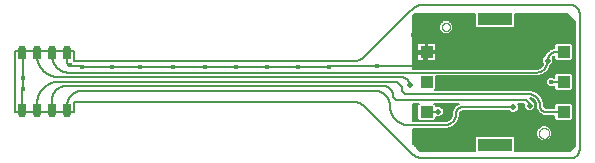
<source format=gtl>
G75*
%MOIN*%
%OFA0B0*%
%FSLAX25Y25*%
%IPPOS*%
%LPD*%
%AMOC8*
5,1,8,0,0,1.08239X$1,22.5*
%
%ADD10C,0.00600*%
%ADD11R,0.04331X0.03937*%
%ADD12R,0.11811X0.03937*%
%ADD13C,0.00000*%
%ADD14C,0.03012*%
%ADD15R,0.02992X0.03150*%
%ADD16C,0.01587*%
%ADD17C,0.00800*%
%ADD18C,0.02000*%
D10*
X0055050Y0055954D02*
X0055198Y0055954D01*
X0074587Y0055954D01*
X0074735Y0055954D01*
X0074735Y0059498D01*
X0167262Y0059498D01*
X0167409Y0059498D01*
X0171585Y0057812D02*
X0187193Y0042285D01*
X0190050Y0043100D02*
X0187550Y0045600D01*
X0187550Y0050300D01*
X0199104Y0050300D01*
X0201052Y0051107D01*
X0202543Y0052598D01*
X0203350Y0054546D01*
X0203350Y0055600D01*
X0203374Y0055781D01*
X0203555Y0056095D01*
X0203869Y0056276D01*
X0204050Y0056300D01*
X0219663Y0056300D01*
X0220263Y0055700D01*
X0221837Y0055700D01*
X0222950Y0056813D01*
X0222950Y0058387D01*
X0222537Y0058800D01*
X0224550Y0058800D01*
X0224650Y0058787D01*
X0224650Y0057313D01*
X0225763Y0056200D01*
X0227337Y0056200D01*
X0228450Y0057313D01*
X0228450Y0058887D01*
X0227337Y0060000D01*
X0227264Y0060000D01*
X0226966Y0060516D01*
X0226966Y0060516D01*
X0226966Y0060516D01*
X0226561Y0060750D01*
X0226577Y0060748D01*
X0227550Y0060345D01*
X0228295Y0059600D01*
X0228698Y0058627D01*
X0228750Y0058100D01*
X0228750Y0057189D01*
X0229661Y0055611D01*
X0229661Y0055611D01*
X0229661Y0055611D01*
X0231239Y0054700D01*
X0234819Y0054700D01*
X0234819Y0053659D01*
X0235346Y0053131D01*
X0240423Y0053131D01*
X0240950Y0053659D01*
X0240950Y0058341D01*
X0240423Y0058868D01*
X0235346Y0058868D01*
X0234819Y0058341D01*
X0234819Y0057300D01*
X0232150Y0057300D01*
X0231943Y0057327D01*
X0231584Y0057534D01*
X0231377Y0057893D01*
X0231350Y0058100D01*
X0231350Y0059154D01*
X0230543Y0061102D01*
X0230543Y0061102D01*
X0229052Y0062593D01*
X0227104Y0063400D01*
X0195022Y0063400D01*
X0195281Y0063659D01*
X0195281Y0067900D01*
X0229584Y0067900D01*
X0231496Y0068692D01*
X0232958Y0070154D01*
X0232958Y0070154D01*
X0233430Y0071293D01*
X0234450Y0072313D01*
X0234450Y0073887D01*
X0234241Y0074096D01*
X0234319Y0074231D01*
X0234819Y0074520D01*
X0234819Y0073659D01*
X0235346Y0073131D01*
X0240423Y0073131D01*
X0240950Y0073659D01*
X0240950Y0078341D01*
X0240423Y0078868D01*
X0235346Y0078868D01*
X0234819Y0078341D01*
X0234819Y0077300D01*
X0234325Y0077300D01*
X0232375Y0076175D01*
X0232375Y0076175D01*
X0232375Y0076175D01*
X0231607Y0074844D01*
X0230650Y0073887D01*
X0230650Y0072313D01*
X0231036Y0071927D01*
X0230878Y0071544D01*
X0230106Y0070772D01*
X0229096Y0070354D01*
X0228550Y0070300D01*
X0187550Y0070300D01*
X0187550Y0088100D01*
X0188050Y0088600D01*
X0208244Y0088600D01*
X0208244Y0084525D01*
X0208772Y0083998D01*
X0221328Y0083998D01*
X0221855Y0084525D01*
X0221855Y0088600D01*
X0239050Y0088600D01*
X0241550Y0086100D01*
X0241550Y0044600D01*
X0240050Y0043100D01*
X0221855Y0043100D01*
X0221855Y0047475D01*
X0221328Y0048002D01*
X0208772Y0048002D01*
X0208244Y0047475D01*
X0208244Y0043100D01*
X0190050Y0043100D01*
X0189587Y0043563D02*
X0208244Y0043563D01*
X0208244Y0044161D02*
X0188989Y0044161D01*
X0188390Y0044760D02*
X0208244Y0044760D01*
X0208244Y0045358D02*
X0187792Y0045358D01*
X0187550Y0045957D02*
X0208244Y0045957D01*
X0208244Y0046555D02*
X0187550Y0046555D01*
X0187550Y0047154D02*
X0208244Y0047154D01*
X0208522Y0047752D02*
X0187550Y0047752D01*
X0187550Y0048351D02*
X0228717Y0048351D01*
X0228717Y0048343D02*
X0229124Y0047361D01*
X0229875Y0046609D01*
X0230857Y0046202D01*
X0231920Y0046202D01*
X0232902Y0046609D01*
X0233653Y0047361D01*
X0234060Y0048343D01*
X0234060Y0049405D01*
X0233653Y0050387D01*
X0232902Y0051139D01*
X0231920Y0051546D01*
X0230857Y0051546D01*
X0229875Y0051139D01*
X0229124Y0050387D01*
X0228717Y0049405D01*
X0228717Y0048343D01*
X0228717Y0048949D02*
X0187550Y0048949D01*
X0187550Y0049548D02*
X0228776Y0049548D01*
X0229024Y0050146D02*
X0187550Y0050146D01*
X0187550Y0052900D02*
X0187550Y0058800D01*
X0189609Y0058800D01*
X0189150Y0058341D01*
X0189150Y0053659D01*
X0189677Y0053131D01*
X0194753Y0053131D01*
X0195281Y0053659D01*
X0195281Y0054200D01*
X0196837Y0054200D01*
X0197950Y0055313D01*
X0197950Y0056887D01*
X0196837Y0058000D01*
X0195281Y0058000D01*
X0195281Y0058341D01*
X0194822Y0058800D01*
X0202993Y0058800D01*
X0201634Y0058016D01*
X0200750Y0056484D01*
X0200750Y0055600D01*
X0200698Y0055073D01*
X0200295Y0054100D01*
X0199550Y0053355D01*
X0198577Y0052952D01*
X0198050Y0052900D01*
X0187550Y0052900D01*
X0187550Y0053139D02*
X0189670Y0053139D01*
X0189150Y0053737D02*
X0187550Y0053737D01*
X0187550Y0054336D02*
X0189150Y0054336D01*
X0189150Y0054934D02*
X0187550Y0054934D01*
X0187550Y0055533D02*
X0189150Y0055533D01*
X0189150Y0056132D02*
X0187550Y0056132D01*
X0187550Y0056730D02*
X0189150Y0056730D01*
X0189150Y0057329D02*
X0187550Y0057329D01*
X0187550Y0057927D02*
X0189150Y0057927D01*
X0189334Y0058526D02*
X0187550Y0058526D01*
X0192315Y0056100D02*
X0196050Y0056100D01*
X0197950Y0056132D02*
X0200750Y0056132D01*
X0200743Y0055533D02*
X0197950Y0055533D01*
X0197571Y0054934D02*
X0200641Y0054934D01*
X0200393Y0054336D02*
X0196973Y0054336D01*
X0195281Y0053737D02*
X0199932Y0053737D01*
X0199028Y0053139D02*
X0194761Y0053139D01*
X0192215Y0056000D02*
X0192217Y0056017D01*
X0192221Y0056034D01*
X0192228Y0056050D01*
X0192238Y0056064D01*
X0192251Y0056077D01*
X0192265Y0056087D01*
X0192281Y0056094D01*
X0192298Y0056098D01*
X0192315Y0056100D01*
X0196910Y0057927D02*
X0201583Y0057927D01*
X0201634Y0058016D02*
X0201634Y0058016D01*
X0201634Y0058016D01*
X0201237Y0057329D02*
X0197508Y0057329D01*
X0197950Y0056730D02*
X0200892Y0056730D01*
X0203350Y0055533D02*
X0229796Y0055533D01*
X0229361Y0056132D02*
X0222269Y0056132D01*
X0222867Y0056730D02*
X0225233Y0056730D01*
X0224650Y0057329D02*
X0222950Y0057329D01*
X0222950Y0057927D02*
X0224650Y0057927D01*
X0224650Y0058526D02*
X0222811Y0058526D01*
X0227078Y0060321D02*
X0227574Y0060321D01*
X0227614Y0059723D02*
X0228172Y0059723D01*
X0228213Y0059124D02*
X0228492Y0059124D01*
X0228450Y0058526D02*
X0228708Y0058526D01*
X0228750Y0057927D02*
X0228450Y0057927D01*
X0228450Y0057329D02*
X0228750Y0057329D01*
X0229015Y0056730D02*
X0227867Y0056730D01*
X0230833Y0054934D02*
X0203350Y0054934D01*
X0203263Y0054336D02*
X0234819Y0054336D01*
X0234819Y0053737D02*
X0203015Y0053737D01*
X0202767Y0053139D02*
X0235339Y0053139D01*
X0233750Y0055900D02*
X0233850Y0056000D01*
X0237550Y0056000D01*
X0237885Y0056000D01*
X0240950Y0056132D02*
X0241550Y0056132D01*
X0241550Y0056730D02*
X0240950Y0056730D01*
X0240950Y0057329D02*
X0241550Y0057329D01*
X0241550Y0057927D02*
X0240950Y0057927D01*
X0240766Y0058526D02*
X0241550Y0058526D01*
X0241550Y0059124D02*
X0231350Y0059124D01*
X0231350Y0058526D02*
X0235004Y0058526D01*
X0234819Y0057927D02*
X0231373Y0057927D01*
X0231941Y0057329D02*
X0234819Y0057329D01*
X0231115Y0059723D02*
X0241550Y0059723D01*
X0241550Y0060321D02*
X0230867Y0060321D01*
X0230619Y0060920D02*
X0241550Y0060920D01*
X0241550Y0061518D02*
X0230127Y0061518D01*
X0229529Y0062117D02*
X0241550Y0062117D01*
X0241550Y0062715D02*
X0228758Y0062715D01*
X0229052Y0062593D02*
X0229052Y0062593D01*
X0227313Y0063314D02*
X0235164Y0063314D01*
X0235346Y0063131D02*
X0240423Y0063131D01*
X0240950Y0063659D01*
X0240950Y0068341D01*
X0240423Y0068868D01*
X0235346Y0068868D01*
X0234819Y0068341D01*
X0234819Y0067226D01*
X0234452Y0067594D01*
X0233048Y0067594D01*
X0232056Y0066602D01*
X0232056Y0065198D01*
X0233048Y0064206D01*
X0234452Y0064206D01*
X0234819Y0064574D01*
X0234819Y0063659D01*
X0235346Y0063131D01*
X0234819Y0063912D02*
X0195281Y0063912D01*
X0195281Y0064511D02*
X0232744Y0064511D01*
X0232146Y0065109D02*
X0195281Y0065109D01*
X0195281Y0065708D02*
X0232056Y0065708D01*
X0232056Y0066306D02*
X0195281Y0066306D01*
X0195281Y0066905D02*
X0232359Y0066905D01*
X0232958Y0067503D02*
X0195281Y0067503D01*
X0187550Y0070496D02*
X0229439Y0070496D01*
X0230428Y0071094D02*
X0187550Y0071094D01*
X0187550Y0071693D02*
X0230940Y0071693D01*
X0230672Y0072291D02*
X0187550Y0072291D01*
X0187550Y0072890D02*
X0230650Y0072890D01*
X0230650Y0073488D02*
X0195337Y0073488D01*
X0195406Y0073607D02*
X0195481Y0073887D01*
X0195481Y0075700D01*
X0192515Y0075700D01*
X0192515Y0072931D01*
X0194526Y0072931D01*
X0194805Y0073006D01*
X0195056Y0073151D01*
X0195261Y0073356D01*
X0195406Y0073607D01*
X0195481Y0074087D02*
X0230850Y0074087D01*
X0231448Y0074685D02*
X0195481Y0074685D01*
X0195481Y0075284D02*
X0231861Y0075284D01*
X0232207Y0075882D02*
X0192515Y0075882D01*
X0192515Y0075700D02*
X0192515Y0076300D01*
X0191915Y0076300D01*
X0191915Y0075700D01*
X0188950Y0075700D01*
X0188950Y0073887D01*
X0189025Y0073607D01*
X0189170Y0073356D01*
X0189375Y0073151D01*
X0189625Y0073006D01*
X0189905Y0072931D01*
X0191915Y0072931D01*
X0191915Y0075700D01*
X0192515Y0075700D01*
X0192515Y0075284D02*
X0191915Y0075284D01*
X0191933Y0075717D02*
X0191415Y0075200D01*
X0188250Y0075200D01*
X0187550Y0075284D02*
X0188950Y0075284D01*
X0188950Y0074685D02*
X0187550Y0074685D01*
X0187550Y0074087D02*
X0188950Y0074087D01*
X0189093Y0073488D02*
X0187550Y0073488D01*
X0187550Y0075882D02*
X0191915Y0075882D01*
X0191933Y0075717D02*
X0192215Y0076000D01*
X0191915Y0076300D02*
X0188950Y0076300D01*
X0188950Y0078113D01*
X0189025Y0078393D01*
X0189170Y0078644D01*
X0189375Y0078849D01*
X0189625Y0078994D01*
X0189905Y0079068D01*
X0191915Y0079068D01*
X0191915Y0076300D01*
X0191915Y0076481D02*
X0192515Y0076481D01*
X0192515Y0076300D02*
X0192515Y0079068D01*
X0194526Y0079068D01*
X0194805Y0078994D01*
X0195056Y0078849D01*
X0195261Y0078644D01*
X0195406Y0078393D01*
X0195481Y0078113D01*
X0195481Y0076300D01*
X0192515Y0076300D01*
X0192515Y0077079D02*
X0191915Y0077079D01*
X0191915Y0077678D02*
X0192515Y0077678D01*
X0192515Y0078276D02*
X0191915Y0078276D01*
X0191915Y0078875D02*
X0192515Y0078875D01*
X0195011Y0078875D02*
X0241550Y0078875D01*
X0241550Y0079473D02*
X0187550Y0079473D01*
X0187550Y0078875D02*
X0189420Y0078875D01*
X0188994Y0078276D02*
X0187550Y0078276D01*
X0187550Y0077678D02*
X0188950Y0077678D01*
X0188950Y0077079D02*
X0187550Y0077079D01*
X0187550Y0076481D02*
X0188950Y0076481D01*
X0191915Y0074685D02*
X0192515Y0074685D01*
X0192515Y0074087D02*
X0191915Y0074087D01*
X0191915Y0073488D02*
X0192515Y0073488D01*
X0195481Y0076481D02*
X0232906Y0076481D01*
X0233943Y0077079D02*
X0195481Y0077079D01*
X0195481Y0077678D02*
X0234819Y0077678D01*
X0234819Y0078276D02*
X0195437Y0078276D01*
X0187550Y0080072D02*
X0241550Y0080072D01*
X0241550Y0080670D02*
X0187550Y0080670D01*
X0187550Y0081269D02*
X0241550Y0081269D01*
X0241550Y0081868D02*
X0187550Y0081868D01*
X0187550Y0082466D02*
X0197331Y0082466D01*
X0197768Y0082029D02*
X0196433Y0083364D01*
X0196433Y0085251D01*
X0197768Y0086585D01*
X0199655Y0086585D01*
X0200989Y0085251D01*
X0200989Y0083364D01*
X0199655Y0082029D01*
X0197768Y0082029D01*
X0196732Y0083065D02*
X0187550Y0083065D01*
X0187550Y0083663D02*
X0196433Y0083663D01*
X0196433Y0084262D02*
X0187550Y0084262D01*
X0187550Y0084860D02*
X0196433Y0084860D01*
X0196641Y0085459D02*
X0187550Y0085459D01*
X0187550Y0086057D02*
X0197240Y0086057D01*
X0200183Y0086057D02*
X0208244Y0086057D01*
X0208244Y0085459D02*
X0200781Y0085459D01*
X0200989Y0084860D02*
X0208244Y0084860D01*
X0208508Y0084262D02*
X0200989Y0084262D01*
X0200989Y0083663D02*
X0241550Y0083663D01*
X0241550Y0083065D02*
X0200690Y0083065D01*
X0200092Y0082466D02*
X0241550Y0082466D01*
X0241550Y0084262D02*
X0221592Y0084262D01*
X0221855Y0084860D02*
X0241550Y0084860D01*
X0241550Y0085459D02*
X0221855Y0085459D01*
X0221855Y0086057D02*
X0241550Y0086057D01*
X0240994Y0086656D02*
X0221855Y0086656D01*
X0221855Y0087254D02*
X0240396Y0087254D01*
X0239797Y0087853D02*
X0221855Y0087853D01*
X0221855Y0088451D02*
X0239199Y0088451D01*
X0240089Y0091781D02*
X0240199Y0091779D01*
X0240309Y0091773D01*
X0240418Y0091764D01*
X0240527Y0091750D01*
X0240636Y0091733D01*
X0240744Y0091712D01*
X0240851Y0091687D01*
X0240957Y0091659D01*
X0241062Y0091627D01*
X0241166Y0091591D01*
X0241269Y0091552D01*
X0241370Y0091509D01*
X0241470Y0091462D01*
X0241568Y0091412D01*
X0241664Y0091359D01*
X0241758Y0091302D01*
X0241850Y0091242D01*
X0241941Y0091179D01*
X0242028Y0091113D01*
X0242114Y0091044D01*
X0242197Y0090972D01*
X0242277Y0090897D01*
X0242355Y0090819D01*
X0242430Y0090739D01*
X0242502Y0090656D01*
X0242571Y0090570D01*
X0242637Y0090483D01*
X0242700Y0090392D01*
X0242760Y0090300D01*
X0242817Y0090206D01*
X0242870Y0090110D01*
X0242920Y0090012D01*
X0242967Y0089912D01*
X0243010Y0089811D01*
X0243049Y0089708D01*
X0243085Y0089604D01*
X0243117Y0089499D01*
X0243145Y0089393D01*
X0243170Y0089286D01*
X0243191Y0089178D01*
X0243208Y0089069D01*
X0243222Y0088960D01*
X0243231Y0088851D01*
X0243237Y0088741D01*
X0243239Y0088631D01*
X0243239Y0043750D01*
X0241550Y0044760D02*
X0221855Y0044760D01*
X0221855Y0045358D02*
X0241550Y0045358D01*
X0241550Y0045957D02*
X0221855Y0045957D01*
X0221855Y0046555D02*
X0230005Y0046555D01*
X0229330Y0047154D02*
X0221855Y0047154D01*
X0221578Y0047752D02*
X0228961Y0047752D01*
X0233447Y0047154D02*
X0241550Y0047154D01*
X0241550Y0047752D02*
X0233816Y0047752D01*
X0234060Y0048351D02*
X0241550Y0048351D01*
X0241550Y0048949D02*
X0234060Y0048949D01*
X0234001Y0049548D02*
X0241550Y0049548D01*
X0241550Y0050146D02*
X0233753Y0050146D01*
X0233296Y0050745D02*
X0241550Y0050745D01*
X0241550Y0051343D02*
X0232408Y0051343D01*
X0230369Y0051343D02*
X0201289Y0051343D01*
X0201052Y0051107D02*
X0201052Y0051107D01*
X0200178Y0050745D02*
X0229481Y0050745D01*
X0232772Y0046555D02*
X0241550Y0046555D01*
X0241111Y0044161D02*
X0221855Y0044161D01*
X0221855Y0043563D02*
X0240513Y0043563D01*
X0243239Y0043750D02*
X0243237Y0043640D01*
X0243231Y0043530D01*
X0243222Y0043421D01*
X0243208Y0043312D01*
X0243191Y0043203D01*
X0243170Y0043095D01*
X0243145Y0042988D01*
X0243117Y0042882D01*
X0243085Y0042777D01*
X0243049Y0042673D01*
X0243010Y0042570D01*
X0242967Y0042469D01*
X0242920Y0042369D01*
X0242870Y0042271D01*
X0242817Y0042175D01*
X0242760Y0042081D01*
X0242700Y0041989D01*
X0242637Y0041898D01*
X0242571Y0041811D01*
X0242502Y0041725D01*
X0242430Y0041642D01*
X0242355Y0041562D01*
X0242277Y0041484D01*
X0242197Y0041409D01*
X0242114Y0041337D01*
X0242028Y0041268D01*
X0241941Y0041202D01*
X0241850Y0041139D01*
X0241758Y0041079D01*
X0241664Y0041022D01*
X0241568Y0040969D01*
X0241470Y0040919D01*
X0241370Y0040872D01*
X0241269Y0040829D01*
X0241166Y0040790D01*
X0241062Y0040754D01*
X0240957Y0040722D01*
X0240851Y0040694D01*
X0240744Y0040669D01*
X0240636Y0040648D01*
X0240527Y0040631D01*
X0240418Y0040617D01*
X0240309Y0040608D01*
X0240199Y0040602D01*
X0240089Y0040600D01*
X0239941Y0040600D01*
X0191516Y0040600D01*
X0191369Y0040600D01*
X0191368Y0040600D02*
X0191214Y0040602D01*
X0191061Y0040608D01*
X0190907Y0040618D01*
X0190754Y0040631D01*
X0190601Y0040649D01*
X0190449Y0040671D01*
X0190297Y0040696D01*
X0190146Y0040725D01*
X0189996Y0040759D01*
X0189846Y0040796D01*
X0189698Y0040836D01*
X0189551Y0040881D01*
X0189405Y0040929D01*
X0189260Y0040981D01*
X0189116Y0041037D01*
X0188975Y0041097D01*
X0188834Y0041160D01*
X0188695Y0041226D01*
X0188559Y0041296D01*
X0188423Y0041370D01*
X0188290Y0041447D01*
X0188159Y0041527D01*
X0188030Y0041611D01*
X0187903Y0041698D01*
X0187778Y0041788D01*
X0187656Y0041882D01*
X0187536Y0041978D01*
X0187419Y0042078D01*
X0187304Y0042180D01*
X0187192Y0042285D01*
X0201887Y0051942D02*
X0241550Y0051942D01*
X0241550Y0052540D02*
X0202486Y0052540D01*
X0202543Y0052598D02*
X0202543Y0052598D01*
X0203618Y0056132D02*
X0219831Y0056132D01*
X0202517Y0058526D02*
X0195096Y0058526D01*
X0186550Y0065100D02*
X0186548Y0065198D01*
X0186542Y0065296D01*
X0186533Y0065394D01*
X0186519Y0065491D01*
X0186502Y0065588D01*
X0186481Y0065684D01*
X0186456Y0065779D01*
X0186428Y0065873D01*
X0186395Y0065965D01*
X0186360Y0066057D01*
X0186320Y0066147D01*
X0186278Y0066235D01*
X0186231Y0066322D01*
X0186182Y0066406D01*
X0186129Y0066489D01*
X0186073Y0066569D01*
X0186013Y0066648D01*
X0185951Y0066724D01*
X0185886Y0066797D01*
X0185818Y0066868D01*
X0185747Y0066936D01*
X0185674Y0067001D01*
X0185598Y0067063D01*
X0185519Y0067123D01*
X0185439Y0067179D01*
X0185356Y0067232D01*
X0185272Y0067281D01*
X0185185Y0067328D01*
X0185097Y0067370D01*
X0185007Y0067410D01*
X0184915Y0067445D01*
X0184823Y0067478D01*
X0184729Y0067506D01*
X0184634Y0067531D01*
X0184538Y0067552D01*
X0184441Y0067569D01*
X0184344Y0067583D01*
X0184246Y0067592D01*
X0184148Y0067598D01*
X0184050Y0067600D01*
X0069649Y0067600D01*
X0073229Y0069100D02*
X0228550Y0069100D01*
X0230071Y0068102D02*
X0234819Y0068102D01*
X0234819Y0067503D02*
X0234542Y0067503D01*
X0235178Y0068700D02*
X0231504Y0068700D01*
X0231496Y0068692D02*
X0231496Y0068692D01*
X0232103Y0069299D02*
X0241550Y0069299D01*
X0241550Y0069897D02*
X0232701Y0069897D01*
X0233100Y0070496D02*
X0241550Y0070496D01*
X0241550Y0071094D02*
X0233348Y0071094D01*
X0233830Y0071693D02*
X0241550Y0071693D01*
X0241550Y0072291D02*
X0234428Y0072291D01*
X0234450Y0072890D02*
X0241550Y0072890D01*
X0241550Y0073488D02*
X0240780Y0073488D01*
X0240950Y0074087D02*
X0241550Y0074087D01*
X0241550Y0074685D02*
X0240950Y0074685D01*
X0240950Y0075284D02*
X0241550Y0075284D01*
X0241550Y0075882D02*
X0240950Y0075882D01*
X0240950Y0076481D02*
X0241550Y0076481D01*
X0241550Y0077079D02*
X0240950Y0077079D01*
X0240950Y0077678D02*
X0241550Y0077678D01*
X0241550Y0078276D02*
X0240950Y0078276D01*
X0234819Y0074087D02*
X0234250Y0074087D01*
X0234450Y0073488D02*
X0234990Y0073488D01*
X0232550Y0073100D02*
X0232548Y0072974D01*
X0232542Y0072849D01*
X0232532Y0072724D01*
X0232518Y0072599D01*
X0232501Y0072474D01*
X0232479Y0072350D01*
X0232454Y0072227D01*
X0232424Y0072105D01*
X0232391Y0071984D01*
X0232354Y0071864D01*
X0232314Y0071745D01*
X0232269Y0071628D01*
X0232221Y0071511D01*
X0232169Y0071397D01*
X0232114Y0071284D01*
X0232055Y0071173D01*
X0231993Y0071064D01*
X0231927Y0070957D01*
X0231858Y0070852D01*
X0231786Y0070749D01*
X0231711Y0070648D01*
X0231632Y0070550D01*
X0231550Y0070455D01*
X0231466Y0070362D01*
X0231378Y0070272D01*
X0231288Y0070184D01*
X0231195Y0070100D01*
X0231100Y0070018D01*
X0231002Y0069939D01*
X0230901Y0069864D01*
X0230798Y0069792D01*
X0230693Y0069723D01*
X0230586Y0069657D01*
X0230477Y0069595D01*
X0230366Y0069536D01*
X0230253Y0069481D01*
X0230139Y0069429D01*
X0230022Y0069381D01*
X0229905Y0069336D01*
X0229786Y0069296D01*
X0229666Y0069259D01*
X0229545Y0069226D01*
X0229423Y0069196D01*
X0229300Y0069171D01*
X0229176Y0069149D01*
X0229051Y0069132D01*
X0228926Y0069118D01*
X0228801Y0069108D01*
X0228676Y0069102D01*
X0228550Y0069100D01*
X0233750Y0065900D02*
X0237785Y0065900D01*
X0237885Y0066000D01*
X0240950Y0065708D02*
X0241550Y0065708D01*
X0241550Y0066306D02*
X0240950Y0066306D01*
X0240950Y0066905D02*
X0241550Y0066905D01*
X0241550Y0067503D02*
X0240950Y0067503D01*
X0240950Y0068102D02*
X0241550Y0068102D01*
X0241550Y0068700D02*
X0240591Y0068700D01*
X0240950Y0065109D02*
X0241550Y0065109D01*
X0241550Y0064511D02*
X0240950Y0064511D01*
X0240950Y0063912D02*
X0241550Y0063912D01*
X0241550Y0063314D02*
X0240605Y0063314D01*
X0234819Y0064511D02*
X0234756Y0064511D01*
X0240950Y0055533D02*
X0241550Y0055533D01*
X0241550Y0054934D02*
X0240950Y0054934D01*
X0240950Y0054336D02*
X0241550Y0054336D01*
X0241550Y0053737D02*
X0240950Y0053737D01*
X0240430Y0053139D02*
X0241550Y0053139D01*
X0175750Y0071200D02*
X0159650Y0071200D01*
X0159550Y0071100D01*
X0149250Y0071100D01*
X0139150Y0071100D01*
X0128750Y0071100D01*
X0118250Y0071100D01*
X0107750Y0071100D01*
X0096750Y0071100D01*
X0087250Y0071100D01*
X0077250Y0071100D01*
X0077248Y0071117D01*
X0077244Y0071134D01*
X0077237Y0071150D01*
X0077227Y0071164D01*
X0077214Y0071177D01*
X0077200Y0071187D01*
X0077184Y0071194D01*
X0077167Y0071198D01*
X0077150Y0071200D01*
X0074050Y0071200D01*
X0073972Y0071202D01*
X0073895Y0071208D01*
X0073818Y0071217D01*
X0073742Y0071230D01*
X0073666Y0071247D01*
X0073591Y0071268D01*
X0073517Y0071292D01*
X0073445Y0071320D01*
X0073374Y0071352D01*
X0073305Y0071387D01*
X0073237Y0071425D01*
X0073172Y0071466D01*
X0073108Y0071511D01*
X0073047Y0071559D01*
X0072988Y0071610D01*
X0072932Y0071663D01*
X0072879Y0071719D01*
X0072828Y0071778D01*
X0072780Y0071839D01*
X0072735Y0071903D01*
X0072694Y0071968D01*
X0072656Y0072036D01*
X0072621Y0072105D01*
X0072589Y0072176D01*
X0072561Y0072248D01*
X0072537Y0072322D01*
X0072516Y0072397D01*
X0072499Y0072473D01*
X0072486Y0072549D01*
X0072477Y0072626D01*
X0072471Y0072703D01*
X0072469Y0072781D01*
X0072469Y0074860D01*
X0072391Y0074939D01*
X0067390Y0074939D02*
X0067392Y0074789D01*
X0067398Y0074638D01*
X0067407Y0074488D01*
X0067421Y0074339D01*
X0067438Y0074189D01*
X0067460Y0074040D01*
X0067485Y0073892D01*
X0067513Y0073745D01*
X0067546Y0073598D01*
X0067583Y0073452D01*
X0067623Y0073307D01*
X0067667Y0073163D01*
X0067714Y0073021D01*
X0067765Y0072879D01*
X0067820Y0072739D01*
X0067879Y0072601D01*
X0067941Y0072464D01*
X0068006Y0072328D01*
X0068075Y0072195D01*
X0068147Y0072063D01*
X0068223Y0071933D01*
X0068302Y0071805D01*
X0068385Y0071679D01*
X0068470Y0071556D01*
X0068559Y0071434D01*
X0068651Y0071315D01*
X0068745Y0071199D01*
X0068843Y0071084D01*
X0068944Y0070973D01*
X0069047Y0070864D01*
X0069154Y0070757D01*
X0069263Y0070654D01*
X0069374Y0070553D01*
X0069489Y0070455D01*
X0069605Y0070361D01*
X0069724Y0070269D01*
X0069846Y0070180D01*
X0069969Y0070095D01*
X0070095Y0070012D01*
X0070223Y0069933D01*
X0070353Y0069857D01*
X0070485Y0069785D01*
X0070618Y0069716D01*
X0070754Y0069651D01*
X0070891Y0069589D01*
X0071029Y0069530D01*
X0071169Y0069475D01*
X0071311Y0069424D01*
X0071453Y0069377D01*
X0071597Y0069333D01*
X0071742Y0069293D01*
X0071888Y0069256D01*
X0072035Y0069223D01*
X0072182Y0069195D01*
X0072330Y0069170D01*
X0072479Y0069148D01*
X0072629Y0069131D01*
X0072778Y0069117D01*
X0072928Y0069108D01*
X0073079Y0069102D01*
X0073229Y0069100D01*
X0074735Y0072883D02*
X0167262Y0072883D01*
X0167409Y0072883D01*
X0171585Y0074613D02*
X0187094Y0090051D01*
X0187901Y0088451D02*
X0208244Y0088451D01*
X0208244Y0087853D02*
X0187550Y0087853D01*
X0187550Y0087254D02*
X0208244Y0087254D01*
X0208244Y0086656D02*
X0187550Y0086656D01*
X0187095Y0090051D02*
X0187202Y0090155D01*
X0187311Y0090257D01*
X0187424Y0090356D01*
X0187538Y0090452D01*
X0187656Y0090545D01*
X0187775Y0090635D01*
X0187897Y0090722D01*
X0188021Y0090806D01*
X0188147Y0090886D01*
X0188274Y0090964D01*
X0188404Y0091038D01*
X0188536Y0091109D01*
X0188670Y0091177D01*
X0188805Y0091241D01*
X0188941Y0091301D01*
X0189080Y0091359D01*
X0189219Y0091412D01*
X0189360Y0091463D01*
X0189502Y0091509D01*
X0189646Y0091552D01*
X0189790Y0091592D01*
X0189935Y0091627D01*
X0190081Y0091659D01*
X0190228Y0091687D01*
X0190376Y0091712D01*
X0190524Y0091733D01*
X0190673Y0091750D01*
X0190822Y0091763D01*
X0190971Y0091772D01*
X0191120Y0091778D01*
X0191270Y0091780D01*
X0191270Y0091781D02*
X0191418Y0091781D01*
X0239941Y0091781D01*
X0240089Y0091781D01*
X0171584Y0074614D02*
X0171477Y0074509D01*
X0171368Y0074407D01*
X0171255Y0074309D01*
X0171141Y0074213D01*
X0171023Y0074119D01*
X0170904Y0074029D01*
X0170782Y0073942D01*
X0170658Y0073858D01*
X0170533Y0073778D01*
X0170405Y0073700D01*
X0170275Y0073626D01*
X0170143Y0073555D01*
X0170010Y0073487D01*
X0169874Y0073423D01*
X0169738Y0073363D01*
X0169599Y0073305D01*
X0169460Y0073252D01*
X0169319Y0073201D01*
X0169177Y0073155D01*
X0169033Y0073112D01*
X0168889Y0073073D01*
X0168744Y0073037D01*
X0168598Y0073005D01*
X0168451Y0072977D01*
X0168303Y0072952D01*
X0168155Y0072931D01*
X0168006Y0072914D01*
X0167857Y0072901D01*
X0167708Y0072892D01*
X0167559Y0072886D01*
X0167409Y0072884D01*
X0167410Y0059498D02*
X0167564Y0059496D01*
X0167717Y0059490D01*
X0167871Y0059480D01*
X0168024Y0059467D01*
X0168177Y0059449D01*
X0168329Y0059427D01*
X0168481Y0059402D01*
X0168632Y0059373D01*
X0168782Y0059339D01*
X0168932Y0059302D01*
X0169080Y0059262D01*
X0169227Y0059217D01*
X0169373Y0059169D01*
X0169518Y0059117D01*
X0169662Y0059061D01*
X0169803Y0059001D01*
X0169944Y0058938D01*
X0170083Y0058872D01*
X0170219Y0058802D01*
X0170355Y0058728D01*
X0170488Y0058651D01*
X0170619Y0058571D01*
X0170748Y0058487D01*
X0170875Y0058400D01*
X0171000Y0058310D01*
X0171122Y0058216D01*
X0171242Y0058120D01*
X0171359Y0058020D01*
X0171474Y0057918D01*
X0171586Y0057813D01*
X0074735Y0072883D02*
X0074735Y0076427D01*
X0074587Y0076427D01*
X0055198Y0076427D01*
X0055050Y0076427D01*
X0055050Y0055954D01*
X0069649Y0067600D02*
X0069474Y0067602D01*
X0069298Y0067608D01*
X0069123Y0067619D01*
X0068949Y0067634D01*
X0068774Y0067653D01*
X0068600Y0067676D01*
X0068427Y0067704D01*
X0068255Y0067735D01*
X0068083Y0067771D01*
X0067912Y0067811D01*
X0067742Y0067855D01*
X0067574Y0067903D01*
X0067406Y0067955D01*
X0067240Y0068011D01*
X0067075Y0068072D01*
X0066912Y0068136D01*
X0066750Y0068204D01*
X0066590Y0068276D01*
X0066432Y0068352D01*
X0066276Y0068431D01*
X0066122Y0068515D01*
X0065969Y0068602D01*
X0065819Y0068693D01*
X0065672Y0068787D01*
X0065526Y0068885D01*
X0065383Y0068986D01*
X0065242Y0069091D01*
X0065104Y0069199D01*
X0064969Y0069311D01*
X0064836Y0069425D01*
X0064706Y0069543D01*
X0064579Y0069664D01*
X0064455Y0069788D01*
X0064334Y0069915D01*
X0064216Y0070045D01*
X0064102Y0070178D01*
X0063990Y0070313D01*
X0063882Y0070451D01*
X0063777Y0070592D01*
X0063676Y0070735D01*
X0063578Y0070881D01*
X0063484Y0071028D01*
X0063393Y0071178D01*
X0063306Y0071331D01*
X0063222Y0071485D01*
X0063143Y0071641D01*
X0063067Y0071799D01*
X0062995Y0071959D01*
X0062927Y0072121D01*
X0062863Y0072284D01*
X0062802Y0072449D01*
X0062746Y0072615D01*
X0062694Y0072783D01*
X0062646Y0072951D01*
X0062602Y0073121D01*
X0062562Y0073292D01*
X0062526Y0073464D01*
X0062495Y0073636D01*
X0062467Y0073809D01*
X0062444Y0073983D01*
X0062425Y0074158D01*
X0062410Y0074332D01*
X0062399Y0074507D01*
X0062393Y0074683D01*
X0062391Y0074858D01*
D11*
X0192215Y0076000D03*
X0192215Y0066000D03*
X0192215Y0056000D03*
X0237885Y0056000D03*
X0237885Y0066000D03*
X0237885Y0076000D03*
D12*
X0215050Y0086866D03*
X0215050Y0045134D03*
D13*
X0229617Y0048874D02*
X0229619Y0048958D01*
X0229625Y0049041D01*
X0229635Y0049124D01*
X0229649Y0049207D01*
X0229666Y0049289D01*
X0229688Y0049370D01*
X0229713Y0049449D01*
X0229742Y0049528D01*
X0229775Y0049605D01*
X0229811Y0049680D01*
X0229851Y0049754D01*
X0229894Y0049826D01*
X0229941Y0049895D01*
X0229991Y0049962D01*
X0230044Y0050027D01*
X0230100Y0050089D01*
X0230158Y0050149D01*
X0230220Y0050206D01*
X0230284Y0050259D01*
X0230351Y0050310D01*
X0230420Y0050357D01*
X0230491Y0050402D01*
X0230564Y0050442D01*
X0230639Y0050479D01*
X0230716Y0050513D01*
X0230794Y0050543D01*
X0230873Y0050569D01*
X0230954Y0050592D01*
X0231036Y0050610D01*
X0231118Y0050625D01*
X0231201Y0050636D01*
X0231284Y0050643D01*
X0231368Y0050646D01*
X0231452Y0050645D01*
X0231535Y0050640D01*
X0231619Y0050631D01*
X0231701Y0050618D01*
X0231783Y0050602D01*
X0231864Y0050581D01*
X0231945Y0050557D01*
X0232023Y0050529D01*
X0232101Y0050497D01*
X0232177Y0050461D01*
X0232251Y0050422D01*
X0232323Y0050380D01*
X0232393Y0050334D01*
X0232461Y0050285D01*
X0232526Y0050233D01*
X0232589Y0050178D01*
X0232649Y0050120D01*
X0232707Y0050059D01*
X0232761Y0049995D01*
X0232813Y0049929D01*
X0232861Y0049861D01*
X0232906Y0049790D01*
X0232947Y0049717D01*
X0232986Y0049643D01*
X0233020Y0049567D01*
X0233051Y0049489D01*
X0233078Y0049410D01*
X0233102Y0049329D01*
X0233121Y0049248D01*
X0233137Y0049166D01*
X0233149Y0049083D01*
X0233157Y0048999D01*
X0233161Y0048916D01*
X0233161Y0048832D01*
X0233157Y0048749D01*
X0233149Y0048665D01*
X0233137Y0048582D01*
X0233121Y0048500D01*
X0233102Y0048419D01*
X0233078Y0048338D01*
X0233051Y0048259D01*
X0233020Y0048181D01*
X0232986Y0048105D01*
X0232947Y0048031D01*
X0232906Y0047958D01*
X0232861Y0047887D01*
X0232813Y0047819D01*
X0232761Y0047753D01*
X0232707Y0047689D01*
X0232649Y0047628D01*
X0232589Y0047570D01*
X0232526Y0047515D01*
X0232461Y0047463D01*
X0232393Y0047414D01*
X0232323Y0047368D01*
X0232251Y0047326D01*
X0232177Y0047287D01*
X0232101Y0047251D01*
X0232023Y0047219D01*
X0231945Y0047191D01*
X0231864Y0047167D01*
X0231783Y0047146D01*
X0231701Y0047130D01*
X0231619Y0047117D01*
X0231535Y0047108D01*
X0231452Y0047103D01*
X0231368Y0047102D01*
X0231284Y0047105D01*
X0231201Y0047112D01*
X0231118Y0047123D01*
X0231036Y0047138D01*
X0230954Y0047156D01*
X0230873Y0047179D01*
X0230794Y0047205D01*
X0230716Y0047235D01*
X0230639Y0047269D01*
X0230564Y0047306D01*
X0230491Y0047346D01*
X0230420Y0047391D01*
X0230351Y0047438D01*
X0230284Y0047489D01*
X0230220Y0047542D01*
X0230158Y0047599D01*
X0230100Y0047659D01*
X0230044Y0047721D01*
X0229991Y0047786D01*
X0229941Y0047853D01*
X0229894Y0047922D01*
X0229851Y0047994D01*
X0229811Y0048068D01*
X0229775Y0048143D01*
X0229742Y0048220D01*
X0229713Y0048299D01*
X0229688Y0048378D01*
X0229666Y0048459D01*
X0229649Y0048541D01*
X0229635Y0048624D01*
X0229625Y0048707D01*
X0229619Y0048790D01*
X0229617Y0048874D01*
X0197333Y0084307D02*
X0197335Y0084381D01*
X0197341Y0084455D01*
X0197351Y0084528D01*
X0197365Y0084601D01*
X0197382Y0084673D01*
X0197404Y0084743D01*
X0197429Y0084813D01*
X0197458Y0084881D01*
X0197491Y0084947D01*
X0197527Y0085012D01*
X0197567Y0085074D01*
X0197609Y0085135D01*
X0197655Y0085193D01*
X0197704Y0085248D01*
X0197756Y0085301D01*
X0197811Y0085351D01*
X0197868Y0085397D01*
X0197928Y0085441D01*
X0197990Y0085481D01*
X0198054Y0085518D01*
X0198120Y0085552D01*
X0198188Y0085582D01*
X0198257Y0085608D01*
X0198328Y0085631D01*
X0198399Y0085649D01*
X0198472Y0085664D01*
X0198545Y0085675D01*
X0198619Y0085682D01*
X0198693Y0085685D01*
X0198766Y0085684D01*
X0198840Y0085679D01*
X0198914Y0085670D01*
X0198987Y0085657D01*
X0199059Y0085640D01*
X0199130Y0085620D01*
X0199200Y0085595D01*
X0199268Y0085567D01*
X0199335Y0085536D01*
X0199400Y0085500D01*
X0199463Y0085462D01*
X0199524Y0085420D01*
X0199583Y0085374D01*
X0199639Y0085326D01*
X0199692Y0085275D01*
X0199742Y0085221D01*
X0199790Y0085164D01*
X0199834Y0085105D01*
X0199876Y0085043D01*
X0199914Y0084980D01*
X0199948Y0084914D01*
X0199979Y0084847D01*
X0200006Y0084778D01*
X0200029Y0084708D01*
X0200049Y0084637D01*
X0200065Y0084564D01*
X0200077Y0084491D01*
X0200085Y0084418D01*
X0200089Y0084344D01*
X0200089Y0084270D01*
X0200085Y0084196D01*
X0200077Y0084123D01*
X0200065Y0084050D01*
X0200049Y0083977D01*
X0200029Y0083906D01*
X0200006Y0083836D01*
X0199979Y0083767D01*
X0199948Y0083700D01*
X0199914Y0083634D01*
X0199876Y0083571D01*
X0199834Y0083509D01*
X0199790Y0083450D01*
X0199742Y0083393D01*
X0199692Y0083339D01*
X0199639Y0083288D01*
X0199583Y0083240D01*
X0199524Y0083194D01*
X0199463Y0083152D01*
X0199400Y0083114D01*
X0199335Y0083078D01*
X0199268Y0083047D01*
X0199200Y0083019D01*
X0199130Y0082994D01*
X0199059Y0082974D01*
X0198987Y0082957D01*
X0198914Y0082944D01*
X0198840Y0082935D01*
X0198766Y0082930D01*
X0198693Y0082929D01*
X0198619Y0082932D01*
X0198545Y0082939D01*
X0198472Y0082950D01*
X0198399Y0082965D01*
X0198328Y0082983D01*
X0198257Y0083006D01*
X0198188Y0083032D01*
X0198120Y0083062D01*
X0198054Y0083096D01*
X0197990Y0083133D01*
X0197928Y0083173D01*
X0197868Y0083217D01*
X0197811Y0083263D01*
X0197756Y0083313D01*
X0197704Y0083366D01*
X0197655Y0083421D01*
X0197609Y0083479D01*
X0197567Y0083540D01*
X0197527Y0083602D01*
X0197491Y0083667D01*
X0197458Y0083733D01*
X0197429Y0083801D01*
X0197404Y0083871D01*
X0197382Y0083941D01*
X0197365Y0084013D01*
X0197351Y0084086D01*
X0197341Y0084159D01*
X0197335Y0084233D01*
X0197333Y0084307D01*
D14*
X0072384Y0076533D03*
X0067384Y0076533D03*
X0062384Y0076533D03*
X0057384Y0076533D03*
X0057384Y0055667D03*
X0062384Y0055667D03*
X0067384Y0055667D03*
X0072384Y0055667D03*
D15*
X0072430Y0057261D03*
X0067391Y0057261D03*
X0062391Y0057261D03*
X0057391Y0057261D03*
X0057391Y0074939D03*
X0062391Y0074858D03*
X0067391Y0074939D03*
X0072391Y0074939D03*
D16*
X0073250Y0071700D03*
X0077250Y0071100D03*
X0087250Y0071100D03*
X0096750Y0071100D03*
X0107750Y0071100D03*
X0118250Y0071100D03*
X0128750Y0071100D03*
X0139150Y0071100D03*
X0149250Y0071100D03*
X0159550Y0071100D03*
X0175750Y0071200D03*
X0188250Y0075200D03*
X0195750Y0075700D03*
X0203250Y0074500D03*
X0207250Y0079200D03*
X0215150Y0079400D03*
X0221250Y0079200D03*
X0230250Y0079200D03*
X0218850Y0074700D03*
X0212950Y0074600D03*
X0192250Y0079200D03*
X0187750Y0081700D03*
X0198750Y0066200D03*
X0207250Y0066200D03*
X0218250Y0065700D03*
X0223550Y0066200D03*
X0233750Y0065900D03*
X0231250Y0062200D03*
X0215250Y0055300D03*
X0207250Y0055200D03*
X0199750Y0057200D03*
X0222750Y0054200D03*
X0057750Y0063700D03*
X0057750Y0067200D03*
D17*
X0057750Y0063700D01*
X0057712Y0063698D01*
X0057675Y0063692D01*
X0057639Y0063682D01*
X0057604Y0063669D01*
X0057571Y0063652D01*
X0057539Y0063631D01*
X0057510Y0063608D01*
X0057483Y0063581D01*
X0057460Y0063552D01*
X0057439Y0063521D01*
X0057422Y0063487D01*
X0057409Y0063452D01*
X0057399Y0063416D01*
X0057393Y0063379D01*
X0057391Y0063341D01*
X0057391Y0057261D01*
X0057388Y0057260D01*
X0057386Y0057258D01*
X0057385Y0057255D01*
X0057384Y0057255D02*
X0057384Y0055667D01*
X0062384Y0055667D02*
X0062384Y0057255D01*
X0062385Y0057255D02*
X0062386Y0057258D01*
X0062388Y0057260D01*
X0062391Y0057261D01*
X0062391Y0058941D01*
X0067391Y0060261D02*
X0067391Y0057261D01*
X0067388Y0057260D01*
X0067386Y0057258D01*
X0067385Y0057255D01*
X0067384Y0057255D02*
X0067384Y0055667D01*
X0072384Y0055667D02*
X0072384Y0057216D01*
X0072386Y0057228D01*
X0072390Y0057239D01*
X0072397Y0057249D01*
X0072407Y0057256D01*
X0072418Y0057260D01*
X0072430Y0057262D01*
X0072430Y0057261D02*
X0072430Y0058261D01*
X0072396Y0058224D01*
X0072364Y0058185D01*
X0072335Y0058143D01*
X0072309Y0058100D01*
X0072287Y0058055D01*
X0072268Y0058008D01*
X0072252Y0057960D01*
X0072239Y0057911D01*
X0072230Y0057862D01*
X0072225Y0057811D01*
X0072223Y0057761D01*
X0072225Y0057711D01*
X0072230Y0057660D01*
X0072239Y0057611D01*
X0072252Y0057562D01*
X0072268Y0057514D01*
X0072287Y0057467D01*
X0072309Y0057422D01*
X0072335Y0057379D01*
X0072364Y0057337D01*
X0072396Y0057298D01*
X0072430Y0057261D01*
X0069550Y0066100D02*
X0069377Y0066098D01*
X0069204Y0066092D01*
X0069031Y0066081D01*
X0068859Y0066067D01*
X0068687Y0066048D01*
X0068516Y0066025D01*
X0068345Y0065998D01*
X0068175Y0065967D01*
X0068005Y0065931D01*
X0067837Y0065892D01*
X0067669Y0065849D01*
X0067503Y0065801D01*
X0067338Y0065750D01*
X0067174Y0065694D01*
X0067011Y0065635D01*
X0066850Y0065571D01*
X0066691Y0065504D01*
X0066533Y0065433D01*
X0066377Y0065359D01*
X0066223Y0065280D01*
X0066071Y0065198D01*
X0065921Y0065112D01*
X0065773Y0065022D01*
X0065627Y0064929D01*
X0065483Y0064833D01*
X0065342Y0064733D01*
X0065203Y0064629D01*
X0065067Y0064523D01*
X0064934Y0064413D01*
X0064803Y0064300D01*
X0064675Y0064183D01*
X0064549Y0064064D01*
X0064427Y0063942D01*
X0064308Y0063816D01*
X0064191Y0063688D01*
X0064078Y0063557D01*
X0063968Y0063424D01*
X0063862Y0063288D01*
X0063758Y0063149D01*
X0063658Y0063008D01*
X0063562Y0062864D01*
X0063469Y0062718D01*
X0063379Y0062570D01*
X0063293Y0062420D01*
X0063211Y0062268D01*
X0063132Y0062114D01*
X0063058Y0061958D01*
X0062987Y0061800D01*
X0062920Y0061641D01*
X0062856Y0061480D01*
X0062797Y0061317D01*
X0062741Y0061153D01*
X0062690Y0060988D01*
X0062642Y0060822D01*
X0062599Y0060654D01*
X0062560Y0060486D01*
X0062524Y0060316D01*
X0062493Y0060146D01*
X0062466Y0059975D01*
X0062443Y0059804D01*
X0062424Y0059632D01*
X0062410Y0059460D01*
X0062399Y0059287D01*
X0062393Y0059114D01*
X0062391Y0058941D01*
X0067390Y0060261D02*
X0067392Y0060392D01*
X0067398Y0060523D01*
X0067408Y0060654D01*
X0067422Y0060784D01*
X0067439Y0060914D01*
X0067461Y0061043D01*
X0067487Y0061172D01*
X0067516Y0061299D01*
X0067549Y0061426D01*
X0067586Y0061552D01*
X0067627Y0061676D01*
X0067672Y0061800D01*
X0067720Y0061921D01*
X0067772Y0062042D01*
X0067828Y0062160D01*
X0067887Y0062277D01*
X0067950Y0062393D01*
X0068016Y0062506D01*
X0068085Y0062617D01*
X0068158Y0062726D01*
X0068234Y0062833D01*
X0068313Y0062937D01*
X0068396Y0063039D01*
X0068481Y0063138D01*
X0068570Y0063235D01*
X0068661Y0063329D01*
X0068755Y0063420D01*
X0068852Y0063509D01*
X0068951Y0063594D01*
X0069053Y0063677D01*
X0069157Y0063756D01*
X0069264Y0063832D01*
X0069373Y0063905D01*
X0069484Y0063974D01*
X0069597Y0064040D01*
X0069713Y0064103D01*
X0069830Y0064162D01*
X0069948Y0064218D01*
X0070069Y0064270D01*
X0070190Y0064318D01*
X0070314Y0064363D01*
X0070438Y0064404D01*
X0070564Y0064441D01*
X0070691Y0064474D01*
X0070818Y0064503D01*
X0070947Y0064529D01*
X0071076Y0064551D01*
X0071206Y0064568D01*
X0071336Y0064582D01*
X0071467Y0064592D01*
X0071598Y0064598D01*
X0071729Y0064600D01*
X0178050Y0064600D01*
X0175050Y0063100D02*
X0077269Y0063100D01*
X0069550Y0066100D02*
X0181550Y0066100D01*
X0181648Y0066098D01*
X0181746Y0066092D01*
X0181844Y0066083D01*
X0181941Y0066069D01*
X0182038Y0066052D01*
X0182134Y0066031D01*
X0182229Y0066006D01*
X0182323Y0065978D01*
X0182415Y0065945D01*
X0182507Y0065910D01*
X0182597Y0065870D01*
X0182685Y0065828D01*
X0182772Y0065781D01*
X0182856Y0065732D01*
X0182939Y0065679D01*
X0183019Y0065623D01*
X0183098Y0065563D01*
X0183174Y0065501D01*
X0183247Y0065436D01*
X0183318Y0065368D01*
X0183386Y0065297D01*
X0183451Y0065224D01*
X0183513Y0065148D01*
X0183573Y0065069D01*
X0183629Y0064989D01*
X0183682Y0064906D01*
X0183731Y0064822D01*
X0183778Y0064735D01*
X0183820Y0064647D01*
X0183860Y0064557D01*
X0183895Y0064465D01*
X0183928Y0064373D01*
X0183956Y0064279D01*
X0183981Y0064184D01*
X0184002Y0064088D01*
X0184019Y0063991D01*
X0184033Y0063894D01*
X0184042Y0063796D01*
X0184048Y0063698D01*
X0184050Y0063600D01*
X0184052Y0063524D01*
X0184058Y0063448D01*
X0184067Y0063373D01*
X0184081Y0063298D01*
X0184098Y0063224D01*
X0184119Y0063151D01*
X0184143Y0063079D01*
X0184172Y0063008D01*
X0184203Y0062939D01*
X0184238Y0062872D01*
X0184277Y0062807D01*
X0184319Y0062743D01*
X0184364Y0062682D01*
X0184412Y0062623D01*
X0184463Y0062567D01*
X0184517Y0062513D01*
X0184573Y0062462D01*
X0184632Y0062414D01*
X0184693Y0062369D01*
X0184757Y0062327D01*
X0184822Y0062288D01*
X0184889Y0062253D01*
X0184958Y0062222D01*
X0185029Y0062193D01*
X0185101Y0062169D01*
X0185174Y0062148D01*
X0185248Y0062131D01*
X0185323Y0062117D01*
X0185398Y0062108D01*
X0185474Y0062102D01*
X0185550Y0062100D01*
X0226050Y0062100D01*
X0224550Y0060100D02*
X0182550Y0060100D01*
X0182474Y0060102D01*
X0182398Y0060108D01*
X0182323Y0060117D01*
X0182248Y0060131D01*
X0182174Y0060148D01*
X0182101Y0060169D01*
X0182029Y0060193D01*
X0181958Y0060222D01*
X0181889Y0060253D01*
X0181822Y0060288D01*
X0181757Y0060327D01*
X0181693Y0060369D01*
X0181632Y0060414D01*
X0181573Y0060462D01*
X0181517Y0060513D01*
X0181463Y0060567D01*
X0181412Y0060623D01*
X0181364Y0060682D01*
X0181319Y0060743D01*
X0181277Y0060807D01*
X0181238Y0060872D01*
X0181203Y0060939D01*
X0181172Y0061008D01*
X0181143Y0061079D01*
X0181119Y0061151D01*
X0181098Y0061224D01*
X0181081Y0061298D01*
X0181067Y0061373D01*
X0181058Y0061448D01*
X0181052Y0061524D01*
X0181050Y0061600D01*
X0181048Y0061707D01*
X0181042Y0061814D01*
X0181033Y0061921D01*
X0181019Y0062027D01*
X0181002Y0062133D01*
X0180981Y0062238D01*
X0180957Y0062342D01*
X0180928Y0062445D01*
X0180896Y0062547D01*
X0180861Y0062648D01*
X0180822Y0062748D01*
X0180779Y0062846D01*
X0180733Y0062943D01*
X0180683Y0063038D01*
X0180630Y0063131D01*
X0180574Y0063222D01*
X0180514Y0063311D01*
X0180452Y0063398D01*
X0180386Y0063482D01*
X0180317Y0063565D01*
X0180246Y0063644D01*
X0180171Y0063721D01*
X0180094Y0063796D01*
X0180015Y0063867D01*
X0179932Y0063936D01*
X0179848Y0064002D01*
X0179761Y0064064D01*
X0179672Y0064124D01*
X0179581Y0064180D01*
X0179488Y0064233D01*
X0179393Y0064283D01*
X0179296Y0064329D01*
X0179198Y0064372D01*
X0179098Y0064411D01*
X0178997Y0064446D01*
X0178895Y0064478D01*
X0178792Y0064507D01*
X0178688Y0064531D01*
X0178583Y0064552D01*
X0178477Y0064569D01*
X0178371Y0064583D01*
X0178264Y0064592D01*
X0178157Y0064598D01*
X0178050Y0064600D01*
X0175050Y0063100D02*
X0175190Y0063098D01*
X0175330Y0063092D01*
X0175470Y0063082D01*
X0175610Y0063069D01*
X0175749Y0063051D01*
X0175888Y0063029D01*
X0176025Y0063004D01*
X0176163Y0062975D01*
X0176299Y0062942D01*
X0176434Y0062905D01*
X0176568Y0062864D01*
X0176701Y0062819D01*
X0176833Y0062771D01*
X0176963Y0062719D01*
X0177092Y0062664D01*
X0177219Y0062605D01*
X0177345Y0062542D01*
X0177469Y0062476D01*
X0177590Y0062407D01*
X0177710Y0062334D01*
X0177828Y0062257D01*
X0177943Y0062178D01*
X0178057Y0062095D01*
X0178167Y0062009D01*
X0178276Y0061920D01*
X0178382Y0061828D01*
X0178485Y0061733D01*
X0178586Y0061636D01*
X0178683Y0061535D01*
X0178778Y0061432D01*
X0178870Y0061326D01*
X0178959Y0061217D01*
X0179045Y0061107D01*
X0179128Y0060993D01*
X0179207Y0060878D01*
X0179284Y0060760D01*
X0179357Y0060640D01*
X0179426Y0060519D01*
X0179492Y0060395D01*
X0179555Y0060269D01*
X0179614Y0060142D01*
X0179669Y0060013D01*
X0179721Y0059883D01*
X0179769Y0059751D01*
X0179814Y0059618D01*
X0179855Y0059484D01*
X0179892Y0059349D01*
X0179925Y0059213D01*
X0179954Y0059075D01*
X0179979Y0058938D01*
X0180001Y0058799D01*
X0180019Y0058660D01*
X0180032Y0058520D01*
X0180042Y0058380D01*
X0180048Y0058240D01*
X0180050Y0058100D01*
X0180052Y0057940D01*
X0180058Y0057781D01*
X0180068Y0057622D01*
X0180081Y0057463D01*
X0180099Y0057304D01*
X0180120Y0057146D01*
X0180146Y0056989D01*
X0180175Y0056832D01*
X0180208Y0056676D01*
X0180245Y0056521D01*
X0180285Y0056366D01*
X0180330Y0056213D01*
X0180378Y0056061D01*
X0180430Y0055910D01*
X0180486Y0055761D01*
X0180545Y0055613D01*
X0180608Y0055466D01*
X0180674Y0055321D01*
X0180744Y0055178D01*
X0180818Y0055036D01*
X0180894Y0054896D01*
X0180975Y0054758D01*
X0181058Y0054623D01*
X0181145Y0054489D01*
X0181236Y0054357D01*
X0181329Y0054228D01*
X0181426Y0054101D01*
X0181525Y0053976D01*
X0181628Y0053854D01*
X0181734Y0053735D01*
X0181842Y0053618D01*
X0181954Y0053504D01*
X0182068Y0053392D01*
X0182185Y0053284D01*
X0182304Y0053178D01*
X0182426Y0053075D01*
X0182551Y0052976D01*
X0182678Y0052879D01*
X0182807Y0052786D01*
X0182939Y0052695D01*
X0183073Y0052608D01*
X0183208Y0052525D01*
X0183346Y0052444D01*
X0183486Y0052368D01*
X0183628Y0052294D01*
X0183771Y0052224D01*
X0183916Y0052158D01*
X0184063Y0052095D01*
X0184211Y0052036D01*
X0184360Y0051980D01*
X0184511Y0051928D01*
X0184663Y0051880D01*
X0184816Y0051835D01*
X0184971Y0051795D01*
X0185126Y0051758D01*
X0185282Y0051725D01*
X0185439Y0051696D01*
X0185596Y0051670D01*
X0185754Y0051649D01*
X0185913Y0051631D01*
X0186072Y0051618D01*
X0186231Y0051608D01*
X0186390Y0051602D01*
X0186550Y0051600D01*
X0198050Y0051600D01*
X0198176Y0051602D01*
X0198301Y0051608D01*
X0198426Y0051618D01*
X0198551Y0051632D01*
X0198676Y0051649D01*
X0198800Y0051671D01*
X0198923Y0051696D01*
X0199045Y0051726D01*
X0199166Y0051759D01*
X0199286Y0051796D01*
X0199405Y0051836D01*
X0199522Y0051881D01*
X0199639Y0051929D01*
X0199753Y0051981D01*
X0199866Y0052036D01*
X0199977Y0052095D01*
X0200086Y0052157D01*
X0200193Y0052223D01*
X0200298Y0052292D01*
X0200401Y0052364D01*
X0200502Y0052439D01*
X0200600Y0052518D01*
X0200695Y0052600D01*
X0200788Y0052684D01*
X0200878Y0052772D01*
X0200966Y0052862D01*
X0201050Y0052955D01*
X0201132Y0053050D01*
X0201211Y0053148D01*
X0201286Y0053249D01*
X0201358Y0053352D01*
X0201427Y0053457D01*
X0201493Y0053564D01*
X0201555Y0053673D01*
X0201614Y0053784D01*
X0201669Y0053897D01*
X0201721Y0054011D01*
X0201769Y0054128D01*
X0201814Y0054245D01*
X0201854Y0054364D01*
X0201891Y0054484D01*
X0201924Y0054605D01*
X0201954Y0054727D01*
X0201979Y0054850D01*
X0202001Y0054974D01*
X0202018Y0055099D01*
X0202032Y0055224D01*
X0202042Y0055349D01*
X0202048Y0055474D01*
X0202050Y0055600D01*
X0202052Y0055687D01*
X0202058Y0055774D01*
X0202067Y0055861D01*
X0202080Y0055947D01*
X0202097Y0056033D01*
X0202118Y0056118D01*
X0202143Y0056201D01*
X0202171Y0056284D01*
X0202202Y0056365D01*
X0202237Y0056445D01*
X0202276Y0056523D01*
X0202318Y0056600D01*
X0202363Y0056675D01*
X0202412Y0056747D01*
X0202463Y0056818D01*
X0202518Y0056886D01*
X0202575Y0056951D01*
X0202636Y0057014D01*
X0202699Y0057075D01*
X0202764Y0057132D01*
X0202832Y0057187D01*
X0202903Y0057238D01*
X0202975Y0057287D01*
X0203050Y0057332D01*
X0203127Y0057374D01*
X0203205Y0057413D01*
X0203285Y0057448D01*
X0203366Y0057479D01*
X0203449Y0057507D01*
X0203532Y0057532D01*
X0203617Y0057553D01*
X0203703Y0057570D01*
X0203789Y0057583D01*
X0203876Y0057592D01*
X0203963Y0057598D01*
X0204050Y0057600D01*
X0221050Y0057600D01*
X0224550Y0060100D02*
X0224637Y0060098D01*
X0224724Y0060092D01*
X0224811Y0060083D01*
X0224897Y0060070D01*
X0224983Y0060053D01*
X0225068Y0060032D01*
X0225151Y0060007D01*
X0225234Y0059979D01*
X0225315Y0059948D01*
X0225395Y0059913D01*
X0225473Y0059874D01*
X0225550Y0059832D01*
X0225625Y0059787D01*
X0225697Y0059738D01*
X0225768Y0059687D01*
X0225836Y0059632D01*
X0225901Y0059575D01*
X0225964Y0059514D01*
X0226025Y0059451D01*
X0226082Y0059386D01*
X0226137Y0059318D01*
X0226188Y0059247D01*
X0226237Y0059175D01*
X0226282Y0059100D01*
X0226324Y0059023D01*
X0226363Y0058945D01*
X0226398Y0058865D01*
X0226429Y0058784D01*
X0226457Y0058701D01*
X0226482Y0058618D01*
X0226503Y0058533D01*
X0226520Y0058447D01*
X0226533Y0058361D01*
X0226542Y0058274D01*
X0226548Y0058187D01*
X0226550Y0058100D01*
X0230050Y0058100D02*
X0230048Y0058226D01*
X0230042Y0058351D01*
X0230032Y0058476D01*
X0230018Y0058601D01*
X0230001Y0058726D01*
X0229979Y0058850D01*
X0229954Y0058973D01*
X0229924Y0059095D01*
X0229891Y0059216D01*
X0229854Y0059336D01*
X0229814Y0059455D01*
X0229769Y0059572D01*
X0229721Y0059689D01*
X0229669Y0059803D01*
X0229614Y0059916D01*
X0229555Y0060027D01*
X0229493Y0060136D01*
X0229427Y0060243D01*
X0229358Y0060348D01*
X0229286Y0060451D01*
X0229211Y0060552D01*
X0229132Y0060650D01*
X0229050Y0060745D01*
X0228966Y0060838D01*
X0228878Y0060928D01*
X0228788Y0061016D01*
X0228695Y0061100D01*
X0228600Y0061182D01*
X0228502Y0061261D01*
X0228401Y0061336D01*
X0228298Y0061408D01*
X0228193Y0061477D01*
X0228086Y0061543D01*
X0227977Y0061605D01*
X0227866Y0061664D01*
X0227753Y0061719D01*
X0227639Y0061771D01*
X0227522Y0061819D01*
X0227405Y0061864D01*
X0227286Y0061904D01*
X0227166Y0061941D01*
X0227045Y0061974D01*
X0226923Y0062004D01*
X0226800Y0062029D01*
X0226676Y0062051D01*
X0226551Y0062068D01*
X0226426Y0062082D01*
X0226301Y0062092D01*
X0226176Y0062098D01*
X0226050Y0062100D01*
X0230050Y0058100D02*
X0230052Y0058011D01*
X0230058Y0057922D01*
X0230067Y0057833D01*
X0230080Y0057745D01*
X0230097Y0057658D01*
X0230118Y0057571D01*
X0230142Y0057485D01*
X0230170Y0057400D01*
X0230201Y0057317D01*
X0230236Y0057235D01*
X0230275Y0057155D01*
X0230317Y0057076D01*
X0230362Y0056999D01*
X0230410Y0056924D01*
X0230462Y0056851D01*
X0230516Y0056781D01*
X0230574Y0056713D01*
X0230634Y0056647D01*
X0230697Y0056584D01*
X0230763Y0056524D01*
X0230831Y0056466D01*
X0230901Y0056412D01*
X0230974Y0056360D01*
X0231049Y0056312D01*
X0231126Y0056267D01*
X0231205Y0056225D01*
X0231285Y0056186D01*
X0231367Y0056151D01*
X0231450Y0056120D01*
X0231535Y0056092D01*
X0231621Y0056068D01*
X0231708Y0056047D01*
X0231795Y0056030D01*
X0231883Y0056017D01*
X0231972Y0056008D01*
X0232061Y0056002D01*
X0232150Y0056000D01*
X0237550Y0056000D01*
X0232550Y0073100D02*
X0232552Y0073206D01*
X0232558Y0073312D01*
X0232567Y0073417D01*
X0232581Y0073522D01*
X0232598Y0073627D01*
X0232619Y0073731D01*
X0232644Y0073834D01*
X0232673Y0073935D01*
X0232705Y0074036D01*
X0232741Y0074136D01*
X0232781Y0074234D01*
X0232824Y0074331D01*
X0232871Y0074426D01*
X0232921Y0074519D01*
X0232975Y0074611D01*
X0233031Y0074700D01*
X0233091Y0074787D01*
X0233155Y0074872D01*
X0233221Y0074955D01*
X0233290Y0075035D01*
X0233362Y0075113D01*
X0233437Y0075188D01*
X0233515Y0075260D01*
X0233595Y0075329D01*
X0233678Y0075395D01*
X0233763Y0075459D01*
X0233850Y0075519D01*
X0233939Y0075575D01*
X0234031Y0075629D01*
X0234124Y0075679D01*
X0234219Y0075726D01*
X0234316Y0075769D01*
X0234414Y0075809D01*
X0234514Y0075845D01*
X0234615Y0075877D01*
X0234716Y0075906D01*
X0234819Y0075931D01*
X0234923Y0075952D01*
X0235028Y0075969D01*
X0235133Y0075983D01*
X0235238Y0075992D01*
X0235344Y0075998D01*
X0235450Y0076000D01*
X0237885Y0076000D01*
X0191932Y0075717D02*
X0191930Y0075586D01*
X0191924Y0075454D01*
X0191915Y0075323D01*
X0191901Y0075193D01*
X0191884Y0075062D01*
X0191863Y0074933D01*
X0191839Y0074804D01*
X0191810Y0074675D01*
X0191778Y0074548D01*
X0191742Y0074422D01*
X0191703Y0074296D01*
X0191660Y0074172D01*
X0191613Y0074049D01*
X0191563Y0073928D01*
X0191509Y0073808D01*
X0191452Y0073690D01*
X0191391Y0073573D01*
X0191327Y0073458D01*
X0191259Y0073346D01*
X0191189Y0073235D01*
X0191115Y0073126D01*
X0191038Y0073020D01*
X0190958Y0072915D01*
X0190875Y0072814D01*
X0190789Y0072714D01*
X0190701Y0072617D01*
X0190609Y0072523D01*
X0190515Y0072431D01*
X0190418Y0072343D01*
X0190318Y0072257D01*
X0190217Y0072174D01*
X0190112Y0072094D01*
X0190006Y0072017D01*
X0189897Y0071943D01*
X0189786Y0071873D01*
X0189673Y0071805D01*
X0189559Y0071741D01*
X0189442Y0071680D01*
X0189324Y0071623D01*
X0189204Y0071569D01*
X0189083Y0071519D01*
X0188960Y0071472D01*
X0188836Y0071429D01*
X0188710Y0071390D01*
X0188584Y0071354D01*
X0188457Y0071322D01*
X0188328Y0071293D01*
X0188199Y0071269D01*
X0188070Y0071248D01*
X0187939Y0071231D01*
X0187809Y0071217D01*
X0187678Y0071208D01*
X0187546Y0071202D01*
X0187415Y0071200D01*
X0175750Y0071200D01*
X0077269Y0063100D02*
X0077131Y0063098D01*
X0076993Y0063092D01*
X0076855Y0063082D01*
X0076717Y0063068D01*
X0076580Y0063051D01*
X0076444Y0063029D01*
X0076308Y0063004D01*
X0076173Y0062974D01*
X0076039Y0062941D01*
X0075906Y0062904D01*
X0075774Y0062863D01*
X0075643Y0062819D01*
X0075513Y0062770D01*
X0075385Y0062718D01*
X0075259Y0062663D01*
X0075134Y0062604D01*
X0075011Y0062541D01*
X0074890Y0062475D01*
X0074770Y0062405D01*
X0074653Y0062332D01*
X0074538Y0062255D01*
X0074425Y0062176D01*
X0074314Y0062093D01*
X0074206Y0062007D01*
X0074100Y0061918D01*
X0073997Y0061826D01*
X0073897Y0061731D01*
X0073799Y0061633D01*
X0073704Y0061533D01*
X0073612Y0061430D01*
X0073523Y0061324D01*
X0073437Y0061216D01*
X0073354Y0061105D01*
X0073275Y0060992D01*
X0073198Y0060877D01*
X0073125Y0060760D01*
X0073055Y0060640D01*
X0072989Y0060519D01*
X0072926Y0060396D01*
X0072867Y0060271D01*
X0072812Y0060145D01*
X0072760Y0060017D01*
X0072711Y0059887D01*
X0072667Y0059756D01*
X0072626Y0059624D01*
X0072589Y0059491D01*
X0072556Y0059357D01*
X0072526Y0059222D01*
X0072501Y0059086D01*
X0072479Y0058950D01*
X0072462Y0058813D01*
X0072448Y0058675D01*
X0072438Y0058537D01*
X0072432Y0058399D01*
X0072430Y0058261D01*
X0057750Y0067200D02*
X0057750Y0074579D01*
X0057748Y0074617D01*
X0057742Y0074654D01*
X0057732Y0074690D01*
X0057719Y0074725D01*
X0057702Y0074759D01*
X0057681Y0074790D01*
X0057658Y0074819D01*
X0057631Y0074846D01*
X0057602Y0074869D01*
X0057571Y0074890D01*
X0057537Y0074907D01*
X0057502Y0074920D01*
X0057466Y0074930D01*
X0057429Y0074936D01*
X0057391Y0074938D01*
X0057391Y0074939D02*
X0057388Y0074940D01*
X0057386Y0074942D01*
X0057385Y0074945D01*
X0057384Y0074945D02*
X0057384Y0076533D01*
X0062384Y0076533D02*
X0062384Y0074864D01*
X0062385Y0074864D02*
X0062386Y0074861D01*
X0062388Y0074859D01*
X0062391Y0074858D01*
X0067384Y0074945D02*
X0067384Y0076533D01*
X0072384Y0076533D02*
X0072384Y0074945D01*
X0072385Y0074945D02*
X0072386Y0074942D01*
X0072388Y0074940D01*
X0072391Y0074939D01*
X0067391Y0074939D02*
X0067388Y0074940D01*
X0067386Y0074942D01*
X0067385Y0074945D01*
D18*
X0186550Y0065100D03*
X0196050Y0056100D03*
X0221050Y0057600D03*
X0226550Y0058100D03*
X0232550Y0073100D03*
M02*

</source>
